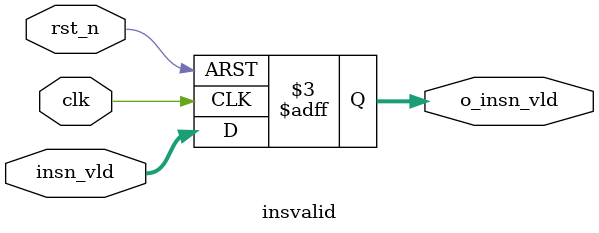
<source format=sv>
module insvalid( input logic clk, rst_n,
    input logic [31:0] insn_vld,
    output logic [31:0] o_insn_vld
);
always_ff @( posedge clk or negedge rst_n) begin 
    if(!rst_n) o_insn_vld <= 0;
    else o_insn_vld <= insn_vld;
end
endmodule
</source>
